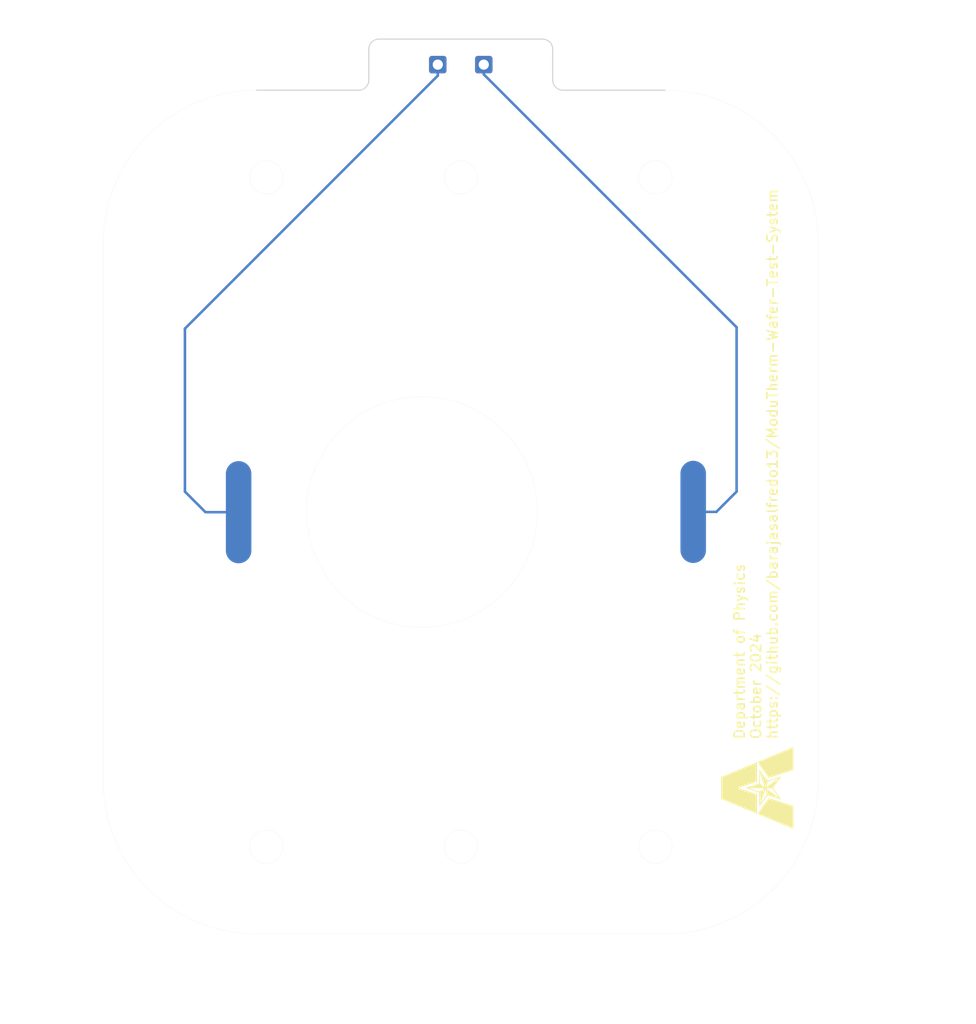
<source format=kicad_pcb>
(kicad_pcb (version 20240108) (generator "pcbnew") (generator_version "8.0")
  (layers (0 "F.Cu" signal) (31 "B.Cu" signal) (34 "B.Paste" user) (35 "F.Paste" user) (36 "B.SilkS" user "B.Silkscreen") (37 "F.SilkS" user "F.Silkscreen") (38 "B.Mask" user) (39 "F.Mask" user) (44 "Edge.Cuts" user))
  (net 0 "")
  (footprint "" (layer "F.Cu") (at 77.25 36.224999)
    (property "Reference" "" (at 0 0 0) (layer "F.SilkS") (effects (font (size 1.27 1.27))))
    (property "Value" "" (at 0 0 0) (layer "F.SilkS") (effects (font (size 1.27 1.27))))
    (pad "1" thru_hole roundrect (at 0 0) (size 1.7 1.7) (drill 1) (layers "*.Cu" "*.Mask") (roundrect_rratio 0.1470588235))
  )
  (footprint "" (layer "F.Cu") (at 72.75 36.224999)
    (property "Reference" "" (at 0 0 0) (layer "F.SilkS") (effects (font (size 1.27 1.27))))
    (property "Value" "" (at 0 0 0) (layer "F.SilkS") (effects (font (size 1.27 1.27))))
    (pad "1" thru_hole roundrect (at 0 0) (size 1.7 1.7) (drill 1) (layers "*.Cu" "*.Mask") (roundrect_rratio 0.1470588235))
  )
  (footprint "LOGO" (layer "F.Cu") (at 103.999833 106.999805 90)
    (property "Reference" "G***" (hide yes))
    (property "Value" "LOGO" (hide yes))
    (fp_poly (pts (xy -2.501595 0.06834) (xy -2.439968 0.11038) (xy -2.347292 0.175137) (xy -2.229614 0.258267) (xy -2.092979 0.355425) (xy -1.943433 0.462266) (xy -1.787022 0.574447) (xy -1.629792 0.687623) (xy -1.477789 0.797449) (xy -1.337059 0.899582) (xy -1.213647 0.989677) (xy -1.113601 1.063389) (xy -1.042965 1.116374) (xy -1.007786 1.144288) (xy -1.007306 1.144726) (xy -1.007125 1.175947) (xy -1.021909 1.246495) (xy -1.048988 1.345333) (xy -1.079228 1.44198) (xy -1.109518 1.534363) (xy -1.15359 1.669293) (xy -1.20877 1.83856) (xy -1.272383 2.033949) (xy -1.341756 2.247248) (xy -1.414214 2.470245) (xy -1.46761 2.634717) (xy -1.764171 3.54853) (xy -2.87907 3.54853) (xy -3.993969 3.54853) (xy -3.271382 1.800946) (xy -3.151662 1.512155) (xy -3.037511 1.23826) (xy -2.930606 0.983189) (xy -2.832619 0.750867) (xy -2.745226 0.545223) (xy -2.670102 0.370183) (xy -2.608921 0.229673) (xy -2.563357 0.127621) (xy -2.535085 0.067953) (xy -2.526127 0.053362)) (fill solid) (layer "F.SilkS"))
    (fp_poly (pts (xy 2.539808 0.077388) (xy 2.572082 0.14685) (xy 2.621274 0.257821) (xy 2.685711 0.406374) (xy 2.763717 0.588581) (xy 2.853618 0.800516) (xy 2.953739 1.038252) (xy 3.062406 1.297863) (xy 3.177944 1.575421) (xy 3.271382 1.800946) (xy 3.993969 3.54853) (xy 2.879071 3.54853) (xy 1.764172 3.54853) (xy 1.467611 2.634717) (xy 1.39459 2.409826) (xy 1.322698 2.188629) (xy 1.25461 1.979336) (xy 1.193001 1.79016) (xy 1.140543 1.629315) (xy 1.099912 1.505012) (xy 1.079228 1.44198) (xy 1.043897 1.327925) (xy 1.018622 1.232906) (xy 1.006072 1.167958) (xy 1.007307 1.144726) (xy 1.04123 1.117701) (xy 1.110807 1.065463) (xy 1.209991 0.992357) (xy 1.332737 0.902728) (xy 1.472999 0.800918) (xy 1.62473 0.691274) (xy 1.781885 0.578139) (xy 1.938418 0.465857) (xy 2.088283 0.358773) (xy 2.225433 0.261232) (xy 2.343824 0.177577) (xy 2.437408 0.112154) (xy 2.500141 0.069306) (xy 2.525976 0.053378) (xy 2.526128 0.053362)) (fill solid) (layer "F.SilkS"))
    (fp_poly (pts (xy 1.792144 -1.777168) (xy 1.911067 -1.489215) (xy 2.023814 -1.215591) (xy 2.128747 -0.960305) (xy 2.224234 -0.727364) (xy 2.308638 -0.520775) (xy 2.380325 -0.344546) (xy 2.437659 -0.202685) (xy 2.479006 -0.099199) (xy 2.502731 -0.038095) (xy 2.507984 -0.022577) (xy 2.482274 -0.017335) (xy 2.409023 -0.01291) (xy 2.294045 -0.009402) (xy 2.143154 -0.006909) (xy 1.962165 -0.005531) (xy 1.756893 -0.005368) (xy 1.557276 -0.006333) (xy 0.606569 -0.01334) (xy 0.311843 -0.927153) (xy 0.243701 -1.13701) (xy 0.180188 -1.32989) (xy 0.123242 -1.500116) (xy 0.0748 -1.642011) (xy 0.036799 -1.749898) (xy 0.011177 -1.818099) (xy 0 -1.840966) (xy -0.011825 -1.816489) (xy -0.037901 -1.746842) (xy -0.076289 -1.637703) (xy -0.125053 -1.49475) (xy -0.182255 -1.323658) (xy -0.245957 -1.130106) (xy -0.311842 -0.927153) (xy -0.606568 -0.01334) (xy -1.557276 -0.006333) (xy -1.776513 -0.005332) (xy -1.977909 -0.005597) (xy -2.155483 -0.007028) (xy -2.303249 -0.009527) (xy -2.415225 -0.012995) (xy -2.485427 -0.017331) (xy -2.507983 -0.02209) (xy -2.498035 -0.04993) (xy -2.469283 -0.123056) (xy -2.423359 -0.237462) (xy -2.3619 -0.389144) (xy -2.286539 -0.574095) (xy -2.198911 -0.78831) (xy -2.100651 -1.027783) (xy -1.993394 -1.288509) (xy -1.878774 -1.566483) (xy -1.791935 -1.776681) (xy -1.075886 -3.508508) (xy 0.000209 -3.508508) (xy 1.076303 -3.508508)) (fill solid) (layer "F.SilkS"))
    (fp_poly (pts (xy 0.018581 -1.070825) (xy 0.041114 -1.012583) (xy 0.051047 -0.980514) (xy 0.069206 -0.921023) (xy 0.10096 -0.820397) (xy 0.143247 -0.688193) (xy 0.193008 -0.533973) (xy 0.247179 -0.367295) (xy 0.260245 -0.327271) (xy 0.436631 0.212579) (xy 1.130551 0.219682) (xy 1.824471 0.226786) (xy 1.272425 0.626893) (xy 1.122596 0.736867) (xy 0.988219 0.838149) (xy 0.875073 0.926166) (xy 0.788943 0.996343) (xy 0.735608 1.044104) (xy 0.720378 1.063691) (xy 0.728383 1.09843) (xy 0.750866 1.17638) (xy 0.785533 1.290097) (xy 0.830088 1.432136) (xy 0.882236 1.595053) (xy 0.921085 1.714646) (xy 0.976366 1.885814) (xy 1.02481 2.039635) (xy 1.064291 2.169042) (xy 1.092685 2.26697) (xy 1.107869 2.326351) (xy 1.109462 2.341239) (xy 1.085463 2.329601) (xy 1.024461 2.290382) (xy 0.932393 2.22768) (xy 0.815197 2.14559) (xy 0.678813 2.048208) (xy 0.562375 1.963864) (xy 0.413938 1.856523) (xy 0.278959 1.760498) (xy 0.163628 1.680063) (xy 0.074134 1.619495) (xy 0.016666 1.583068) (xy -0.001808 1.57416) (xy -0.030697 1.589285) (xy -0.096309 1.631801) (xy -0.19243 1.697416) (xy -0.312843 1.781837) (xy -0.451334 1.880775) (xy -0.562102 1.96103) (xy -0.732026 2.084676) (xy -0.863753 2.179919) (xy -0.962079 2.249959) (xy -1.0318 2.297997) (xy -1.077715 2.327236) (xy -1.104619 2.340875) (xy -1.11731 2.342117) (xy -1.120585 2.334162) (xy -1.120588 2.333739) (xy -1.112657 2.305473) (xy -1.090375 2.233611) (xy -1.058131 2.131955) (xy -0.918372 2.131955) (xy -0.906936 2.127544) (xy -0.858948 2.094396) (xy -0.77994 2.036589) (xy -0.675443 1.958199) (xy -0.550986 1.863302) (xy -0.486922 1.813966) (xy -0.02668 1.458454) (xy -0.02668 1.177462) (xy -0.028618 1.065517) (xy -0.033866 0.97963) (xy -0.041573 0.929522) (xy -0.049023 0.921817) (xy -0.069977 0.949598) (xy -0.117542 1.014853) (xy -0.187393 1.111577) (xy -0.275204 1.233767) (xy -0.376651 1.375417) (xy -0.480473 1.520799) (xy -0.591256 1.676029) (xy -0.692844 1.818177) (xy -0.780819 1.941076) (xy -0.850763 2.038558) (xy -0.898256 2.104458) (xy -0.918372 2.131955) (xy -1.058131 2.131955) (xy -1.05601 2.125268) (xy -1.011826 1.987555) (xy -0.960093 1.827585) (xy -0.920483 1.705813) (xy -0.864642 1.533239) (xy -0.814803 1.376731) (xy -0.773254 1.243676) (xy -0.742282 1.141461) (xy -0.724175 1.077475) (xy -0.720378 1.059524) (xy -0.741153 1.035643) (xy -0.799629 0.985347) (xy -0.89003 0.913163) (xy -1.006581 0.823615) (xy -1.143508 0.721229) (xy -1.272424 0.626893) (xy -1.621458 0.373924) (xy -1.504386 0.373924) (xy -1.504085 0.374234) (xy -1.475222 0.396374) (xy -1.409489 0.443392) (xy -1.314163 0.51019) (xy -1.196522 0.591671) (xy -1.063843 0.682737) (xy -1.056019 0.688083) (xy -0.632478 0.977407) (xy -0.355447 0.895584) (xy -0.315049 0.883652) (xy 0.095366 0.883652) (xy 0.108453 0.906098) (xy 0.148325 0.964896) (xy 0.210173 1.053389) (xy 0.289189 1.164923) (xy 0.380567 1.292845) (xy 0.479499 1.430498) (xy 0.581176 1.57123) (xy 0.680793 1.708385) (xy 0.773541 1.835309) (xy 0.854613 1.945347) (xy 0.919201 2.031845) (xy 0.962498 2.088148) (xy 0.979607 2.107618) (xy 0.973057 2.083831) (xy 0.951358 2.017612) (xy 0.917179 1.916828) (xy 0.873186 1.789347) (xy 0.823627 1.647532) (xy 0.7702 1.495651) (xy 0.721398 1.357187) (xy 0.680577 1.241644) (xy 0.651095 1.158527) (xy 0.637146 1.119614) (xy 0.616223 1.084223) (xy 0.575418 1.052086) (xy 0.505094 1.017776) (xy 0.395615 0.975864) (xy 0.358599 0.962719) (xy 0.251363 0.926271) (xy 0.164568 0.899123) (xy 0.109296 0.884606) (xy 0.095366 0.883652) (xy -0.315049 0.883652) (xy -0.078417 0.813761) (xy -0.285763 0.747059) (xy 0.099934 0.747059) (xy 0.129694 0.738781) (xy 0.203297 0.715411) (xy 0.314101 0.679142) (xy 0.455466 0.632168) (xy 0.620749 0.576685) (xy 0.803311 0.514887) (xy 0.827482 0.506668) (xy 1.534139 0.266277) (xy 1.283244 0.279882) (xy 1.145274 0.285836) (xy 0.979535 0.290717) (xy 0.811616 0.293853) (xy 0.72295 0.294608) (xy 0.413551 0.295729) (xy 0.246297 0.521394) (xy 0.179858 0.613506) (xy 0.129992 0.68747) (xy 0.102351 0.734571) (xy 0.099934 0.747059) (xy -0.285763 0.747059) (xy -0.432748 0.699775) (xy -0.704194 0.612597) (xy -0.928708 0.540847) (xy -1.110078 0.483375) (xy -1.252091 0.43903) (xy -1.358535 0.406661) (xy -1.433199 0.385117) (xy -1.47987 0.373247) (xy -1.502337 0.369899) (xy -1.504386 0.373924) (xy -1.621458 0.373924) (xy -1.793908 0.248937) (xy -0.346848 0.248937) (xy -0.333066 0.276672) (xy -0.296793 0.336086) (xy -0.245635 0.415752) (xy -0.187203 0.504247) (xy -0.129105 0.590145) (xy -0.078948 0.66202) (xy -0.044341 0.708447) (xy -0.033351 0.719701) (xy -0.031711 0.694298) (xy -0.030323 0.622131) (xy -0.02923 0.509797) (xy -0.028475 0.363893) (xy -0.028102 0.191015) (xy -0.028153 -0.002238) (xy -0.028251 -0.060031) (xy -0.029821 -0.840441) (xy -0.188335 -0.306974) (xy -0.235756 -0.146348) (xy -0.277514 -0.002931) (xy -0.311352 0.115363) (xy -0.335013 0.200619) (xy -0.34624 0.244922) (xy -0.346848 0.248937) (xy -1.793908 0.248937) (xy -1.824471 0.226786) (xy -1.130148 0.219682) (xy -0.435826 0.212577) (xy -0.224744 -0.440665) (xy -0.167197 -0.616921) (xy -0.114395 -0.775158) (xy -0.068672 -0.908661) (xy -0.032361 -1.010712) (xy -0.007799 -1.074595) (xy 0.002286 -1.093907)) (fill solid) (layer "F.SilkS"))
  )
  (gr_poly (pts (arc (start 96.49995 76.233925) (mid 97.749975 74.9839) (end 99 76.233925)) (arc (start 99 83.734075) (mid 97.749975 84.9841) (end 96.49995 83.734075))) (fill solid) (layer "B.Cu"))
  (gr_poly (pts (arc (start 54.504575 83.766075) (mid 53.25455 85.0161) (end 52.004525 83.766075)) (arc (start 52.004525 76.265925) (mid 53.25455 75.0159) (end 54.504575 76.265925))) (fill solid) (layer "B.Cu"))
  (gr_line (start 84 34.724999) (end 84 37.724999) (stroke (width 0.1)) (layer "Edge.Cuts"))
  (gr_line (start 110 106.274999) (end 110 53.724999) (stroke (width 0.01)) (layer "Edge.Cuts"))
  (gr_line (start 85 38.724999) (end 95 38.724999) (stroke (width 0.1)) (layer "Edge.Cuts"))
  (gr_arc (start 40 53.724999) (mid 44.393396 43.118395) (end 55 38.724999) (stroke (width 0.01)) (layer "Edge.Cuts"))
  (gr_circle (center 55.95 112.749999) (end 57.58195 112.749999) (stroke (width 0.01)) (fill none) (layer "Edge.Cuts"))
  (gr_arc (start 85 38.724999) (mid 84.292911 38.432088) (end 84 37.724999) (stroke (width 0.1)) (layer "Edge.Cuts"))
  (gr_circle (center 75 47.249999) (end 76.63195 47.249999) (stroke (width 0.01)) (fill none) (layer "Edge.Cuts"))
  (gr_line (start 67 33.724999) (end 83 33.724999) (stroke (width 0.1)) (layer "Edge.Cuts"))
  (gr_circle (center 94.05 47.249999) (end 95.68195 47.249999) (stroke (width 0.01)) (fill none) (layer "Edge.Cuts"))
  (gr_circle (center 75 112.749999) (end 76.63195 112.749999) (stroke (width 0.01)) (fill none) (layer "Edge.Cuts"))
  (gr_arc (start 66 34.724999) (mid 66.292889 34.017888) (end 67 33.724999) (stroke (width 0.1)) (layer "Edge.Cuts"))
  (gr_line (start 65 38.724999) (end 55 38.724999) (stroke (width 0.1)) (layer "Edge.Cuts"))
  (gr_arc (start 66 37.724999) (mid 65.707103 38.432102) (end 65 38.724999) (stroke (width 0.1)) (layer "Edge.Cuts"))
  (gr_circle (center 55.95 47.249999) (end 57.58195 47.249999) (stroke (width 0.01)) (fill none) (layer "Edge.Cuts"))
  (gr_circle (center 94.05 112.749999) (end 95.68195 112.749999) (stroke (width 0.01)) (fill none) (layer "Edge.Cuts"))
  (gr_line (start 40 53.724999) (end 40 106.274999) (stroke (width 0.01)) (layer "Edge.Cuts"))
  (gr_arc (start 83 33.724999) (mid 83.707125 34.017875) (end 84 34.724999) (stroke (width 0.1)) (layer "Edge.Cuts"))
  (gr_arc (start 95 38.724999) (mid 105.60662 43.11838) (end 110 53.724999) (stroke (width 0.01)) (layer "Edge.Cuts"))
  (gr_line (start 55 121.274999) (end 95 121.274999) (stroke (width 0.01)) (layer "Edge.Cuts"))
  (gr_circle (center 71.2 80) (end 82.483792 80) (stroke (width 0.01)) (fill none) (layer "Edge.Cuts"))
  (gr_arc (start 110 106.274999) (mid 105.606596 116.881596) (end 95 121.274999) (stroke (width 0.01)) (layer "Edge.Cuts"))
  (gr_line (start 66 37.724999) (end 66 34.724999) (stroke (width 0.1)) (layer "Edge.Cuts"))
  (gr_arc (start 55 121.274999) (mid 44.393416 116.881583) (end 40 106.274999) (stroke (width 0.01)) (layer "Edge.Cuts"))
  (gr_text "Department of Physics\nOctober 2024\nhttps://github.com/barajasalfredo13/ModuTherm-Wafer-Test-System" (at 106.091833 102.306805 90) (layer "F.SilkS") (effects (font (size 1 1)) (justify left bottom)))
  (segment (start 72.75 36.224999) (end 72.75 37.302638) (width 0.25) (layer "B.Cu") (net 0))
  (segment (start 100.016 79.984) (end 97.749975 79.984) (width 0.25) (layer "B.Cu") (net 0))
  (segment (start 102 78) (end 100.016 79.984) (width 0.25) (layer "B.Cu") (net 0))
  (segment (start 77.25 36.224999) (end 77.25 37.174972) (width 0.25) (layer "B.Cu") (net 0))
  (segment (start 48 62.052638) (end 48 78) (width 0.25) (layer "B.Cu") (net 0))
  (segment (start 77.25 37.174972) (end 102 61.924972) (width 0.25) (layer "B.Cu") (net 0))
  (segment (start 50.016 80.016) (end 53.25455 80.016) (width 0.25) (layer "B.Cu") (net 0))
  (segment (start 72.75 37.302638) (end 48 62.052638) (width 0.25) (layer "B.Cu") (net 0))
  (segment (start 102 61.924972) (end 102 78) (width 0.25) (layer "B.Cu") (net 0))
  (segment (start 48 78) (end 50.016 80.016) (width 0.25) (layer "B.Cu") (net 0))
)
</source>
